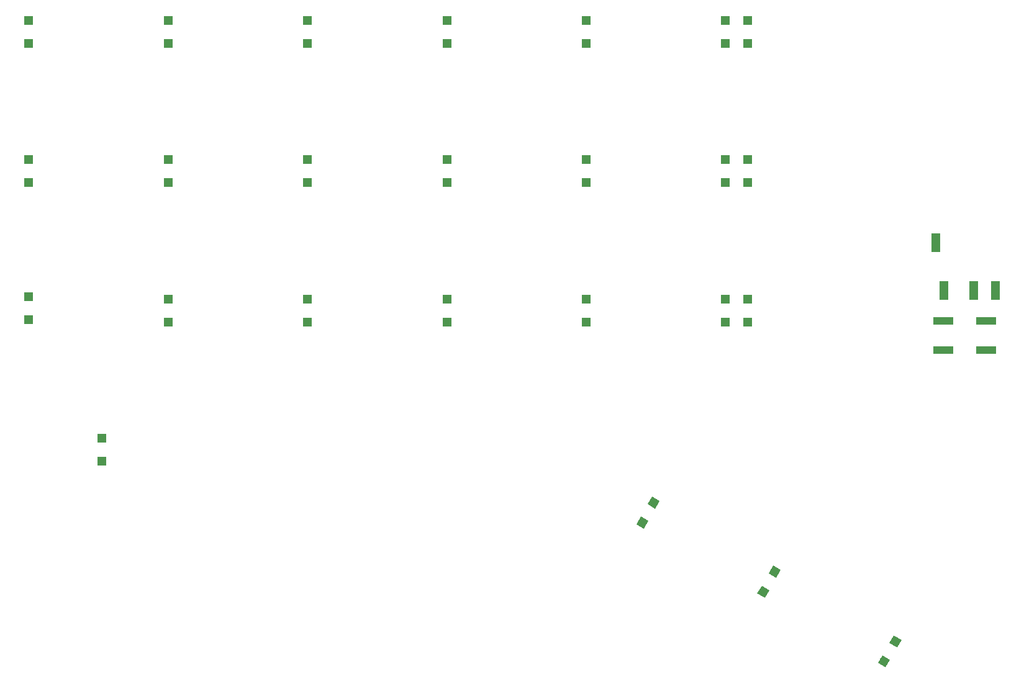
<source format=gbr>
G04 #@! TF.GenerationSoftware,KiCad,Pcbnew,5.1.2*
G04 #@! TF.CreationDate,2019-05-09T21:38:36-07:00*
G04 #@! TF.ProjectId,spacetime,73706163-6574-4696-9d65-2e6b69636164,v0.1*
G04 #@! TF.SameCoordinates,Original*
G04 #@! TF.FileFunction,Paste,Top*
G04 #@! TF.FilePolarity,Positive*
%FSLAX46Y46*%
G04 Gerber Fmt 4.6, Leading zero omitted, Abs format (unit mm)*
G04 Created by KiCad (PCBNEW 5.1.2) date 2019-05-09 21:38:36*
%MOMM*%
%LPD*%
G04 APERTURE LIST*
%ADD10R,1.200000X1.200000*%
%ADD11C,1.200000*%
%ADD12C,0.100000*%
%ADD13R,1.198880X2.499360*%
%ADD14R,2.800000X1.000000*%
G04 APERTURE END LIST*
D10*
X86000000Y-36425000D03*
X86000000Y-39575000D03*
X105000000Y-39575000D03*
X105000000Y-36425000D03*
X124000000Y-39575000D03*
X124000000Y-36425000D03*
X143000000Y-39575000D03*
X143000000Y-36425000D03*
X162000000Y-39575000D03*
X162000000Y-36425000D03*
X181000000Y-36425000D03*
X181000000Y-39575000D03*
X184000000Y-36425000D03*
X184000000Y-39575000D03*
X86000000Y-55425000D03*
X86000000Y-58575000D03*
X105000000Y-55425000D03*
X105000000Y-58575000D03*
X124000000Y-58575000D03*
X124000000Y-55425000D03*
X143000000Y-55425000D03*
X143000000Y-58575000D03*
X162000000Y-58575000D03*
X162000000Y-55425000D03*
X181000000Y-55425000D03*
X181000000Y-58575000D03*
X184000000Y-58575000D03*
X184000000Y-55425000D03*
X86000000Y-77275000D03*
X86000000Y-74125000D03*
X105000000Y-74425000D03*
X105000000Y-77575000D03*
X124000000Y-77575000D03*
X124000000Y-74425000D03*
X143000000Y-74425000D03*
X143000000Y-77575000D03*
X162000000Y-74425000D03*
X162000000Y-77575000D03*
X181000000Y-74425000D03*
X181000000Y-77575000D03*
X184000000Y-77575000D03*
X184000000Y-74425000D03*
X96000000Y-93425000D03*
X96000000Y-96575000D03*
D11*
X169636221Y-104950592D03*
D12*
G36*
X169855836Y-105770207D02*
G01*
X168816606Y-105170207D01*
X169416606Y-104130977D01*
X170455836Y-104730977D01*
X169855836Y-105770207D01*
X169855836Y-105770207D01*
G37*
D11*
X171211221Y-102222612D03*
D12*
G36*
X171430836Y-103042227D02*
G01*
X170391606Y-102442227D01*
X170991606Y-101402997D01*
X172030836Y-102002997D01*
X171430836Y-103042227D01*
X171430836Y-103042227D01*
G37*
D11*
X187715702Y-111636009D03*
D12*
G36*
X187935317Y-112455624D02*
G01*
X186896087Y-111855624D01*
X187496087Y-110816394D01*
X188535317Y-111416394D01*
X187935317Y-112455624D01*
X187935317Y-112455624D01*
G37*
D11*
X186140702Y-114363989D03*
D12*
G36*
X186360317Y-115183604D02*
G01*
X185321087Y-114583604D01*
X185921087Y-113544374D01*
X186960317Y-114144374D01*
X186360317Y-115183604D01*
X186360317Y-115183604D01*
G37*
D11*
X202595186Y-123863990D03*
D12*
G36*
X202814801Y-124683605D02*
G01*
X201775571Y-124083605D01*
X202375571Y-123044375D01*
X203414801Y-123644375D01*
X202814801Y-124683605D01*
X202814801Y-124683605D01*
G37*
D11*
X204170186Y-121136010D03*
D12*
G36*
X204389801Y-121955625D02*
G01*
X203350571Y-121355625D01*
X203950571Y-120316395D01*
X204989801Y-120916395D01*
X204389801Y-121955625D01*
X204389801Y-121955625D01*
G37*
D13*
X209702080Y-66751340D03*
X214802400Y-73248660D03*
X217802140Y-73248660D03*
X210801900Y-73248660D03*
D14*
X210700000Y-77400000D03*
X216500000Y-77400000D03*
X210700000Y-81400000D03*
X216500000Y-81400000D03*
M02*

</source>
